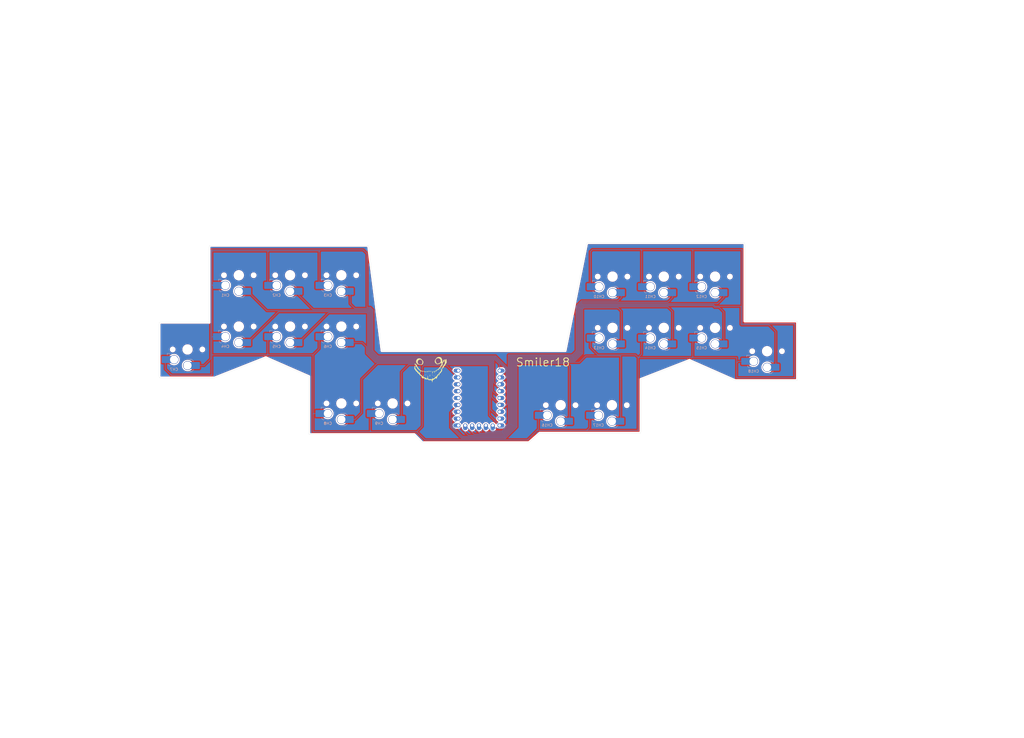
<source format=kicad_pcb>
(kicad_pcb (version 20240108) (generator "pcbnew") (generator_version "8.0")
  (layers (0 "F.Cu" signal) (31 "B.Cu" signal) (34 "B.Paste" user) (35 "F.Paste" user) (36 "B.SilkS" user "B.Silkscreen") (37 "F.SilkS" user "F.Silkscreen") (38 "B.Mask" user) (39 "F.Mask" user) (44 "Edge.Cuts" user))
  (net 0 "")
  (net 2 "CH16")
  (net 3 "CH18")
  (net 4 "CH10")
  (net 5 "CH9")
  (net 6 "Gnd")
  (net 7 "CH7")
  (net 8 "CH6")
  (net 10 "CH2")
  (net 11 "CH4")
  (net 13 "CH13")
  (net 14 "CH12")
  (net 15 "CH1")
  (net 16 "CH14")
  (net 17 "CH11")
  (net 18 "CH8")
  (net 19 "CH5")
  (net 20 "CH17")
  (net 22 "CH3")
  (net 23 "CH15")
  (footprint "Images:smile1" (layer "F.Cu") (at 131.5 103)
    (property "Reference" "G***" (hide yes))
    (property "Value" "LOGO" (hide yes))
  )
  (footprint "ScottoKeebs_MCU:RP2040_Zero" (layer "F.Cu") (at 149.5 114)
    (property "Reference" "U2" (hide yes))
    (property "Value" "RP2040_Zero" (hide yes))
    (pad "1" thru_hole oval (at 7.62 -10.16 180) (size 2.5 1.5) (drill 1 (offset -0.5 0)) (layers "*.Cu" "*.Mask") (net 15 "CH1"))
    (pad "2" thru_hole oval (at 7.62 -7.62 180) (size 2.5 1.5) (drill 1 (offset -0.5 0)) (layers "*.Cu" "*.Mask") (net 10 "CH2"))
    (pad "3" thru_hole oval (at 7.62 -5.08 180) (size 2.5 1.5) (drill 1 (offset -0.5 0)) (layers "*.Cu" "*.Mask") (net 22 "CH3"))
    (pad "4" thru_hole oval (at 7.62 -2.54 180) (size 2.5 1.5) (drill 1 (offset -0.5 0)) (layers "*.Cu" "*.Mask") (net 11 "CH4"))
    (pad "5" thru_hole oval (at 7.62 0 180) (size 2.5 1.5) (drill 1 (offset -0.5 0)) (layers "*.Cu" "*.Mask") (net 19 "CH5"))
    (pad "6" thru_hole oval (at 7.62 2.54 180) (size 2.5 1.5) (drill 1 (offset -0.5 0)) (layers "*.Cu" "*.Mask") (net 8 "CH6"))
    (pad "7" thru_hole oval (at 7.62 5.08 180) (size 2.5 1.5) (drill 1 (offset -0.5 0)) (layers "*.Cu" "*.Mask") (net 7 "CH7"))
    (pad "8" thru_hole oval (at 7.62 7.62 180) (size 2.5 1.5) (drill 1 (offset -0.5 0)) (layers "*.Cu" "*.Mask") (net 18 "CH8"))
    (pad "9" thru_hole oval (at 7.62 10.16 180) (size 2.5 1.5) (drill 1 (offset -0.5 0)) (layers "*.Cu" "*.Mask") (net 5 "CH9"))
    (pad "10" thru_hole oval (at 5.08 10.16 90) (size 2.5 1.5) (drill 1 (offset -0.5 0)) (layers "*.Cu" "*.Mask") (net 4 "CH10"))
    (pad "11" thru_hole oval (at 2.54 10.16 90) (size 2.5 1.5) (drill 1 (offset -0.5 0)) (layers "*.Cu" "*.Mask") (net 17 "CH11"))
    (pad "12" thru_hole oval (at 0 10.16 90) (size 2.5 1.5) (drill 1 (offset -0.5 0)) (layers "*.Cu" "*.Mask") (net 14 "CH12"))
    (pad "13" thru_hole oval (at -2.54 10.16 90) (size 2.5 1.5) (drill 1 (offset -0.5 0)) (layers "*.Cu" "*.Mask") (net 3 "CH18"))
    (pad "14" thru_hole oval (at -5.08 10.16 90) (size 2.5 1.5) (drill 1 (offset -0.5 0)) (layers "*.Cu" "*.Mask") (net 23 "CH15"))
    (pad "15" thru_hole oval (at -7.62 10.16) (size 2.5 1.5) (drill 1 (offset -0.5 0)) (layers "*.Cu" "*.Mask") (net 16 "CH14"))
    (pad "16" thru_hole oval (at -7.62 7.62) (size 2.5 1.5) (drill 1 (offset -0.5 0)) (layers "*.Cu" "*.Mask") (net 13 "CH13"))
    (pad "17" thru_hole oval (at -7.62 5.08) (size 2.5 1.5) (drill 1 (offset -0.5 0)) (layers "*.Cu" "*.Mask") (net 20 "CH17"))
    (pad "18" thru_hole oval (at -7.62 2.54) (size 2.5 1.5) (drill 1 (offset -0.5 0)) (layers "*.Cu" "*.Mask") (net 2 "CH16"))
    (pad "19" thru_hole oval (at -7.62 0) (size 2.5 1.5) (drill 1 (offset -0.5 0)) (layers "*.Cu" "*.Mask"))
    (pad "20" thru_hole oval (at -7.62 -2.54) (size 2.5 1.5) (drill 1 (offset -0.5 0)) (layers "*.Cu" "*.Mask"))
    (pad "21" thru_hole oval (at -7.62 -5.08) (size 2.5 1.5) (drill 1 (offset -0.5 0)) (layers "*.Cu" "*.Mask"))
    (pad "22" thru_hole oval (at -7.62 -7.62) (size 2.5 1.5) (drill 1 (offset -0.5 0)) (layers "*.Cu" "*.Mask") (net 6 "Gnd"))
    (pad "23" thru_hole oval (at -7.62 -10.16) (size 2.5 1.5) (drill 1 (offset -0.5 0)) (layers "*.Cu" "*.Mask"))
  )
  (footprint "marbastlib-choc:SW_choc_v1_HS_CPG135001S30_1u" (layer "B.Cu") (at 60.5 87.5 180)
    (property "Reference" "CH4" (at 5 -7.4 180) (layer "B.SilkS") (effects (justify mirror)))
    (property "Value" "choc_v1_SW_HS")
    (pad "" np_thru_hole circle (at -5.5 0) (size 1.7 1.7) (drill 1.7) (layers "*.Cu" "*.Mask"))
    (pad "" np_thru_hole circle (at 0 0) (size 3.4 3.4) (drill 3.4) (layers "*.Cu" "*.Mask"))
    (pad "" np_thru_hole circle (at 5.5 0) (size 1.7 1.7) (drill 1.7) (layers "*.Cu" "*.Mask"))
    (pad "1" thru_hole circle (at 5 -3.75 180) (size 3.3 3.3) (drill 3) (layers "*.Cu" "B.Mask") (net 6 "Gnd"))
    (pad "1" smd rect (at 6.55 -3.75 180) (size 1.2 2.6) (layers "B.Cu") (net 6 "Gnd"))
    (pad "1" smd roundrect (at 8.245 -3.75 180) (size 2.65 2.6) (layers "B.Cu" "B.Paste" "B.Mask") (roundrect_rratio 0.1) (net 6 "Gnd"))
    (pad "2" smd roundrect (at -3.245 -5.95 180) (size 2.65 2.6) (layers "B.Cu" "B.Paste" "B.Mask") (roundrect_rratio 0.1) (net 11 "CH4"))
    (pad "2" smd rect (at -1.55 -5.95) (size 1.2 2.6) (layers "B.Cu") (net 11 "CH4"))
    (pad "2" thru_hole circle (at 0 -5.95 180) (size 3.3 3.3) (drill 3) (layers "*.Cu" "B.Mask") (net 11 "CH4"))
  )
  (footprint "marbastlib-choc:SW_choc_v1_HS_CPG135001S30_1u" (layer "B.Cu") (at 237 69 180)
    (property "Reference" "CH12" (at 5 -7.4 180) (layer "B.SilkS") (effects (justify mirror)))
    (property "Value" "choc_v1_SW_HS")
    (pad "" np_thru_hole circle (at -5.5 0) (size 1.7 1.7) (drill 1.7) (layers "*.Cu" "*.Mask"))
    (pad "" np_thru_hole circle (at 0 0) (size 3.4 3.4) (drill 3.4) (layers "*.Cu" "*.Mask"))
    (pad "" np_thru_hole circle (at 5.5 0) (size 1.7 1.7) (drill 1.7) (layers "*.Cu" "*.Mask"))
    (pad "1" thru_hole circle (at 5 -3.75 180) (size 3.3 3.3) (drill 3) (layers "*.Cu" "B.Mask") (net 6 "Gnd"))
    (pad "1" smd rect (at 6.55 -3.75 180) (size 1.2 2.6) (layers "B.Cu") (net 6 "Gnd"))
    (pad "1" smd roundrect (at 8.245 -3.75 180) (size 2.65 2.6) (layers "B.Cu" "B.Paste" "B.Mask") (roundrect_rratio 0.1) (net 6 "Gnd"))
    (pad "2" smd roundrect (at -3.245 -5.95 180) (size 2.65 2.6) (layers "B.Cu" "B.Paste" "B.Mask") (roundrect_rratio 0.1) (net 14 "CH12"))
    (pad "2" smd rect (at -1.55 -5.95) (size 1.2 2.6) (layers "B.Cu") (net 14 "CH12"))
    (pad "2" thru_hole circle (at 0 -5.95 180) (size 3.3 3.3) (drill 3) (layers "*.Cu" "B.Mask") (net 14 "CH12"))
  )
  (footprint "marbastlib-choc:SW_choc_v1_HS_CPG135001S30_1u" (layer "B.Cu") (at 98.5 68.5 180)
    (property "Reference" "CH3" (at 5 -7.4 180) (layer "B.SilkS") (effects (justify mirror)))
    (property "Value" "choc_v1_SW_HS")
    (pad "" np_thru_hole circle (at -5.5 0) (size 1.7 1.7) (drill 1.7) (layers "*.Cu" "*.Mask"))
    (pad "" np_thru_hole circle (at 0 0) (size 3.4 3.4) (drill 3.4) (layers "*.Cu" "*.Mask"))
    (pad "" np_thru_hole circle (at 5.5 0) (size 1.7 1.7) (drill 1.7) (layers "*.Cu" "*.Mask"))
    (pad "1" thru_hole circle (at 5 -3.75 180) (size 3.3 3.3) (drill 3) (layers "*.Cu" "B.Mask") (net 6 "Gnd"))
    (pad "1" smd rect (at 6.55 -3.75 180) (size 1.2 2.6) (layers "B.Cu") (net 6 "Gnd"))
    (pad "1" smd roundrect (at 8.245 -3.75 180) (size 2.65 2.6) (layers "B.Cu" "B.Paste" "B.Mask") (roundrect_rratio 0.1) (net 6 "Gnd"))
    (pad "2" smd roundrect (at -3.245 -5.95 180) (size 2.65 2.6) (layers "B.Cu" "B.Paste" "B.Mask") (roundrect_rratio 0.1) (net 22 "CH3"))
    (pad "2" smd rect (at -1.55 -5.95) (size 1.2 2.6) (layers "B.Cu") (net 22 "CH3"))
    (pad "2" thru_hole circle (at 0 -5.95 180) (size 3.3 3.3) (drill 3) (layers "*.Cu" "B.Mask") (net 22 "CH3"))
  )
  (footprint "marbastlib-choc:SW_choc_v1_HS_CPG135001S30_1u" (layer "B.Cu") (at 198.7725 116.655 180)
    (property "Reference" "CH17" (at 5 -7.4 180) (layer "B.SilkS") (effects (justify mirror)))
    (property "Value" "choc_v1_SW_HS")
    (pad "" np_thru_hole circle (at -5.5 0) (size 1.7 1.7) (drill 1.7) (layers "*.Cu" "*.Mask"))
    (pad "" np_thru_hole circle (at 0 0) (size 3.4 3.4) (drill 3.4) (layers "*.Cu" "*.Mask"))
    (pad "" np_thru_hole circle (at 5.5 0) (size 1.7 1.7) (drill 1.7) (layers "*.Cu" "*.Mask"))
    (pad "1" thru_hole circle (at 5 -3.75 180) (size 3.3 3.3) (drill 3) (layers "*.Cu" "B.Mask") (net 6 "Gnd"))
    (pad "1" smd rect (at 6.55 -3.75 180) (size 1.2 2.6) (layers "B.Cu") (net 6 "Gnd"))
    (pad "1" smd roundrect (at 8.245 -3.75 180) (size 2.65 2.6) (layers "B.Cu" "B.Paste" "B.Mask") (roundrect_rratio 0.1) (net 6 "Gnd"))
    (pad "2" smd roundrect (at -3.245 -5.95 180) (size 2.65 2.6) (layers "B.Cu" "B.Paste" "B.Mask") (roundrect_rratio 0.1) (net 20 "CH17"))
    (pad "2" smd rect (at -1.55 -5.95) (size 1.2 2.6) (layers "B.Cu") (net 20 "CH17"))
    (pad "2" thru_hole circle (at 0 -5.95 180) (size 3.3 3.3) (drill 3) (layers "*.Cu" "B.Mask") (net 20 "CH17"))
  )
  (footprint "marbastlib-choc:SW_choc_v1_HS_CPG135001S30_1u" (layer "B.Cu") (at 256.2725 96.655 180)
    (property "Reference" "CH18" (at 5 -7.4 180) (layer "B.SilkS") (effects (justify mirror)))
    (property "Value" "choc_v1_SW_HS")
    (pad "" np_thru_hole circle (at -5.5 0) (size 1.7 1.7) (drill 1.7) (layers "*.Cu" "*.Mask"))
    (pad "" np_thru_hole circle (at 0 0) (size 3.4 3.4) (drill 3.4) (layers "*.Cu" "*.Mask"))
    (pad "" np_thru_hole circle (at 5.5 0) (size 1.7 1.7) (drill 1.7) (layers "*.Cu" "*.Mask"))
    (pad "1" thru_hole circle (at 5 -3.75 180) (size 3.3 3.3) (drill 3) (layers "*.Cu" "B.Mask") (net 6 "Gnd"))
    (pad "1" smd rect (at 6.55 -3.75 180) (size 1.2 2.6) (layers "B.Cu") (net 6 "Gnd"))
    (pad "1" smd roundrect (at 8.245 -3.75 180) (size 2.65 2.6) (layers "B.Cu" "B.Paste" "B.Mask") (roundrect_rratio 0.1) (net 6 "Gnd"))
    (pad "2" smd roundrect (at -3.245 -5.95 180) (size 2.65 2.6) (layers "B.Cu" "B.Paste" "B.Mask") (roundrect_rratio 0.1) (net 3 "CH18"))
    (pad "2" smd rect (at -1.55 -5.95) (size 1.2 2.6) (layers "B.Cu") (net 3 "CH18"))
    (pad "2" thru_hole circle (at 0 -5.95 180) (size 3.3 3.3) (drill 3) (layers "*.Cu" "B.Mask") (net 3 "CH18"))
  )
  (footprint "marbastlib-choc:SW_choc_v1_HS_CPG135001S30_1u" (layer "B.Cu") (at 98.5 116 180)
    (property "Reference" "CH8" (at 5 -7.4 180) (layer "B.SilkS") (effects (justify mirror)))
    (property "Value" "choc_v1_SW_HS")
    (pad "" np_thru_hole circle (at -5.5 0) (size 1.7 1.7) (drill 1.7) (layers "*.Cu" "*.Mask"))
    (pad "" np_thru_hole circle (at 0 0) (size 3.4 3.4) (drill 3.4) (layers "*.Cu" "*.Mask"))
    (pad "" np_thru_hole circle (at 5.5 0) (size 1.7 1.7) (drill 1.7) (layers "*.Cu" "*.Mask"))
    (pad "1" thru_hole circle (at 5 -3.75 180) (size 3.3 3.3) (drill 3) (layers "*.Cu" "B.Mask") (net 6 "Gnd"))
    (pad "1" smd rect (at 6.55 -3.75 180) (size 1.2 2.6) (layers "B.Cu") (net 6 "Gnd"))
    (pad "1" smd roundrect (at 8.245 -3.75 180) (size 2.65 2.6) (layers "B.Cu" "B.Paste" "B.Mask") (roundrect_rratio 0.1) (net 6 "Gnd"))
    (pad "2" smd roundrect (at -3.245 -5.95 180) (size 2.65 2.6) (layers "B.Cu" "B.Paste" "B.Mask") (roundrect_rratio 0.1) (net 18 "CH8"))
    (pad "2" smd rect (at -1.55 -5.95) (size 1.2 2.6) (layers "B.Cu") (net 18 "CH8"))
    (pad "2" thru_hole circle (at 0 -5.95 180) (size 3.3 3.3) (drill 3) (layers "*.Cu" "B.Mask") (net 18 "CH8"))
  )
  (footprint "marbastlib-choc:SW_choc_v1_HS_CPG135001S30_1u" (layer "B.Cu") (at 98.5 87.5 180)
    (property "Reference" "CH6" (at 5 -7.4 180) (layer "B.SilkS") (effects (justify mirror)))
    (property "Value" "choc_v1_SW_HS")
    (pad "" np_thru_hole circle (at -5.5 0) (size 1.7 1.7) (drill 1.7) (layers "*.Cu" "*.Mask"))
    (pad "" np_thru_hole circle (at 0 0) (size 3.4 3.4) (drill 3.4) (layers "*.Cu" "*.Mask"))
    (pad "" np_thru_hole circle (at 5.5 0) (size 1.7 1.7) (drill 1.7) (layers "*.Cu" "*.Mask"))
    (pad "1" thru_hole circle (at 5 -3.75 180) (size 3.3 3.3) (drill 3) (layers "*.Cu" "B.Mask") (net 6 "Gnd"))
    (pad "1" smd rect (at 6.55 -3.75 180) (size 1.2 2.6) (layers "B.Cu") (net 6 "Gnd"))
    (pad "1" smd roundrect (at 8.245 -3.75 180) (size 2.65 2.6) (layers "B.Cu" "B.Paste" "B.Mask") (roundrect_rratio 0.1) (net 6 "Gnd"))
    (pad "2" smd roundrect (at -3.245 -5.95 180) (size 2.65 2.6) (layers "B.Cu" "B.Paste" "B.Mask") (roundrect_rratio 0.1) (net 8 "CH6"))
    (pad "2" smd rect (at -1.55 -5.95) (size 1.2 2.6) (layers "B.Cu") (net 8 "CH6"))
    (pad "2" thru_hole circle (at 0 -5.95 180) (size 3.3 3.3) (drill 3) (layers "*.Cu" "B.Mask") (net 8 "CH6"))
  )
  (footprint "marbastlib-choc:SW_choc_v1_HS_CPG135001S30_1u" (layer "B.Cu") (at 179.7725 116.655 180)
    (property "Reference" "CH16" (at 5 -7.4 180) (layer "B.SilkS") (effects (justify mirror)))
    (property "Value" "choc_v1_SW_HS")
    (pad "" np_thru_hole circle (at -5.5 0) (size 1.7 1.7) (drill 1.7) (layers "*.Cu" "*.Mask"))
    (pad "" np_thru_hole circle (at 0 0) (size 3.4 3.4) (drill 3.4) (layers "*.Cu" "*.Mask"))
    (pad "" np_thru_hole circle (at 5.5 0) (size 1.7 1.7) (drill 1.7) (layers "*.Cu" "*.Mask"))
    (pad "1" thru_hole circle (at 5 -3.75 180) (size 3.3 3.3) (drill 3) (layers "*.Cu" "B.Mask") (net 6 "Gnd"))
    (pad "1" smd rect (at 6.55 -3.75 180) (size 1.2 2.6) (layers "B.Cu") (net 6 "Gnd"))
    (pad "1" smd roundrect (at 8.245 -3.75 180) (size 2.65 2.6) (layers "B.Cu" "B.Paste" "B.Mask") (roundrect_rratio 0.1) (net 6 "Gnd"))
    (pad "2" smd roundrect (at -3.245 -5.95 180) (size 2.65 2.6) (layers "B.Cu" "B.Paste" "B.Mask") (roundrect_rratio 0.1) (net 2 "CH16"))
    (pad "2" smd rect (at -1.55 -5.95) (size 1.2 2.6) (layers "B.Cu") (net 2 "CH16"))
    (pad "2" thru_hole circle (at 0 -5.95 180) (size 3.3 3.3) (drill 3) (layers "*.Cu" "B.Mask") (net 2 "CH16"))
  )
  (footprint "marbastlib-choc:SW_choc_v1_HS_CPG135001S30_1u" (layer "B.Cu") (at 218 69 180)
    (property "Reference" "CH11" (at 5 -7.4 180) (layer "B.SilkS") (effects (justify mirror)))
    (property "Value" "choc_v1_SW_HS")
    (pad "" np_thru_hole circle (at -5.5 0) (size 1.7 1.7) (drill 1.7) (layers "*.Cu" "*.Mask"))
    (pad "" np_thru_hole circle (at 0 0) (size 3.4 3.4) (drill 3.4) (layers "*.Cu" "*.Mask"))
    (pad "" np_thru_hole circle (at 5.5 0) (size 1.7 1.7) (drill 1.7) (layers "*.Cu" "*.Mask"))
    (pad "1" thru_hole circle (at 5 -3.75 180) (size 3.3 3.3) (drill 3) (layers "*.Cu" "B.Mask") (net 6 "Gnd"))
    (pad "1" smd rect (at 6.55 -3.75 180) (size 1.2 2.6) (layers "B.Cu") (net 6 "Gnd"))
    (pad "1" smd roundrect (at 8.245 -3.75 180) (size 2.65 2.6) (layers "B.Cu" "B.Paste" "B.Mask") (roundrect_rratio 0.1) (net 6 "Gnd"))
    (pad "2" smd roundrect (at -3.245 -5.95 180) (size 2.65 2.6) (layers "B.Cu" "B.Paste" "B.Mask") (roundrect_rratio 0.1) (net 17 "CH11"))
    (pad "2" smd rect (at -1.55 -5.95) (size 1.2 2.6) (layers "B.Cu") (net 17 "CH11"))
    (pad "2" thru_hole circle (at 0 -5.95 180) (size 3.3 3.3) (drill 3) (layers "*.Cu" "B.Mask") (net 17 "CH11"))
  )
  (footprint "marbastlib-choc:SW_choc_v1_HS_CPG135001S30_1u" (layer "B.Cu") (at 79.5 68.5 180)
    (property "Reference" "CH2" (at 5 -7.4 180) (layer "B.SilkS") (effects (justify mirror)))
    (property "Value" "choc_v1_SW_HS")
    (pad "" np_thru_hole circle (at -5.5 0) (size 1.7 1.7) (drill 1.7) (layers "*.Cu" "*.Mask"))
    (pad "" np_thru_hole circle (at 0 0) (size 3.4 3.4) (drill 3.4) (layers "*.Cu" "*.Mask"))
    (pad "" np_thru_hole circle (at 5.5 0) (size 1.7 1.7) (drill 1.7) (layers "*.Cu" "*.Mask"))
    (pad "1" thru_hole circle (at 5 -3.75 180) (size 3.3 3.3) (drill 3) (layers "*.Cu" "B.Mask") (net 6 "Gnd"))
    (pad "1" smd rect (at 6.55 -3.75 180) (size 1.2 2.6) (layers "B.Cu") (net 6 "Gnd"))
    (pad "1" smd roundrect (at 8.245 -3.75 180) (size 2.65 2.6) (layers "B.Cu" "B.Paste" "B.Mask") (roundrect_rratio 0.1) (net 6 "Gnd"))
    (pad "2" smd roundrect (at -3.245 -5.95 180) (size 2.65 2.6) (layers "B.Cu" "B.Paste" "B.Mask") (roundrect_rratio 0.1) (net 10 "CH2"))
    (pad "2" smd rect (at -1.55 -5.95) (size 1.2 2.6) (layers "B.Cu") (net 10 "CH2"))
    (pad "2" thru_hole circle (at 0 -5.95 180) (size 3.3 3.3) (drill 3) (layers "*.Cu" "B.Mask") (net 10 "CH2"))
  )
  (footprint "marbastlib-choc:SW_choc_v1_HS_CPG135001S30_1u" (layer "B.Cu") (at 41.5 96 180)
    (property "Reference" "CH7" (at 5 -7.4 180) (layer "B.SilkS") (effects (justify mirror)))
    (property "Value" "choc_v1_SW_HS")
    (pad "" np_thru_hole circle (at -5.5 0) (size 1.7 1.7) (drill 1.7) (layers "*.Cu" "*.Mask"))
    (pad "" np_thru_hole circle (at 0 0) (size 3.4 3.4) (drill 3.4) (layers "*.Cu" "*.Mask"))
    (pad "" np_thru_hole circle (at 5.5 0) (size 1.7 1.7) (drill 1.7) (layers "*.Cu" "*.Mask"))
    (pad "1" thru_hole circle (at 5 -3.75 180) (size 3.3 3.3) (drill 3) (layers "*.Cu" "B.Mask") (net 6 "Gnd"))
    (pad "1" smd rect (at 6.55 -3.75 180) (size 1.2 2.6) (layers "B.Cu") (net 6 "Gnd"))
    (pad "1" smd roundrect (at 8.245 -3.75 180) (size 2.65 2.6) (layers "B.Cu" "B.Paste" "B.Mask") (roundrect_rratio 0.1) (net 6 "Gnd"))
    (pad "2" smd roundrect (at -3.245 -5.95 180) (size 2.65 2.6) (layers "B.Cu" "B.Paste" "B.Mask") (roundrect_rratio 0.1) (net 7 "CH7"))
    (pad "2" smd rect (at -1.55 -5.95) (size 1.2 2.6) (layers "B.Cu") (net 7 "CH7"))
    (pad "2" thru_hole circle (at 0 -5.95 180) (size 3.3 3.3) (drill 3) (layers "*.Cu" "B.Mask") (net 7 "CH7"))
  )
  (footprint "marbastlib-choc:SW_choc_v1_HS_CPG135001S30_1u" (layer "B.Cu") (at 199 69 180)
    (property "Reference" "CH10" (at 5 -7.4 180) (layer "B.SilkS") (effects (justify mirror)))
    (property "Value" "choc_v1_SW_HS")
    (pad "" np_thru_hole circle (at -5.5 0) (size 1.7 1.7) (drill 1.7) (layers "*.Cu" "*.Mask"))
    (pad "" np_thru_hole circle (at 0 0) (size 3.4 3.4) (drill 3.4) (layers "*.Cu" "*.Mask"))
    (pad "" np_thru_hole circle (at 5.5 0) (size 1.7 1.7) (drill 1.7) (layers "*.Cu" "*.Mask"))
    (pad "1" thru_hole circle (at 5 -3.75 180) (size 3.3 3.3) (drill 3) (layers "*.Cu" "B.Mask") (net 6 "Gnd"))
    (pad "1" smd rect (at 6.55 -3.75 180) (size 1.2 2.6) (layers "B.Cu") (net 6 "Gnd"))
    (pad "1" smd roundrect (at 8.245 -3.75 180) (size 2.65 2.6) (layers "B.Cu" "B.Paste" "B.Mask") (roundrect_rratio 0.1) (net 6 "Gnd"))
    (pad "2" smd roundrect (at -3.245 -5.95 180) (size 2.65 2.6) (layers "B.Cu" "B.Paste" "B.Mask") (roundrect_rratio 0.1) (net 4 "CH10"))
    (pad "2" smd rect (at -1.55 -5.95) (size 1.2 2.6) (layers "B.Cu") (net 4 "CH10"))
    (pad "2" thru_hole circle (at 0 -5.95 180) (size 3.3 3.3) (drill 3) (layers "*.Cu" "B.Mask") (net 4 "CH10"))
  )
  (footprint "marbastlib-choc:SW_choc_v1_HS_CPG135001S30_1u" (layer "B.Cu") (at 199 88 180)
    (property "Reference" "CH13" (at 5 -7.4 180) (layer "B.SilkS") (effects (justify mirror)))
    (property "Value" "choc_v1_SW_HS")
    (pad "" np_thru_hole circle (at -5.5 0) (size 1.7 1.7) (drill 1.7) (layers "*.Cu" "*.Mask"))
    (pad "" np_thru_hole circle (at 0 0) (size 3.4 3.4) (drill 3.4) (layers "*.Cu" "*.Mask"))
    (pad "" np_thru_hole circle (at 5.5 0) (size 1.7 1.7) (drill 1.7) (layers "*.Cu" "*.Mask"))
    (pad "1" thru_hole circle (at 5 -3.75 180) (size 3.3 3.3) (drill 3) (layers "*.Cu" "B.Mask") (net 6 "Gnd"))
    (pad "1" smd rect (at 6.55 -3.75 180) (size 1.2 2.6) (layers "B.Cu") (net 6 "Gnd"))
    (pad "1" smd roundrect (at 8.245 -3.75 180) (size 2.65 2.6) (layers "B.Cu" "B.Paste" "B.Mask") (roundrect_rratio 0.1) (net 6 "Gnd"))
    (pad "2" smd roundrect (at -3.245 -5.95 180) (size 2.65 2.6) (layers "B.Cu" "B.Paste" "B.Mask") (roundrect_rratio 0.1) (net 13 "CH13"))
    (pad "2" smd rect (at -1.55 -5.95) (size 1.2 2.6) (layers "B.Cu") (net 13 "CH13"))
    (pad "2" thru_hole circle (at 0 -5.95 180) (size 3.3 3.3) (drill 3) (layers "*.Cu" "B.Mask") (net 13 "CH13"))
  )
  (footprint "marbastlib-choc:SW_choc_v1_HS_CPG135001S30_1u" (layer "B.Cu") (at 117.5 116 180)
    (property "Reference" "CH9" (at 5 -7.4 180) (layer "B.SilkS") (effects (justify mirror)))
    (property "Value" "choc_v1_SW_HS")
    (pad "" np_thru_hole circle (at -5.5 0) (size 1.7 1.7) (drill 1.7) (layers "*.Cu" "*.Mask"))
    (pad "" np_thru_hole circle (at 0 0) (size 3.4 3.4) (drill 3.4) (layers "*.Cu" "*.Mask"))
    (pad "" np_thru_hole circle (at 5.5 0) (size 1.7 1.7) (drill 1.7) (layers "*.Cu" "*.Mask"))
    (pad "1" thru_hole circle (at 5 -3.75 180) (size 3.3 3.3) (drill 3) (layers "*.Cu" "B.Mask") (net 6 "Gnd"))
    (pad "1" smd rect (at 6.55 -3.75 180) (size 1.2 2.6) (layers "B.Cu") (net 6 "Gnd"))
    (pad "1" smd roundrect (at 8.245 -3.75 180) (size 2.65 2.6) (layers "B.Cu" "B.Paste" "B.Mask") (roundrect_rratio 0.1) (net 6 "Gnd"))
    (pad "2" smd roundrect (at -3.245 -5.95 180) (size 2.65 2.6) (layers "B.Cu" "B.Paste" "B.Mask") (roundrect_rratio 0.1) (net 5 "CH9"))
    (pad "2" smd rect (at -1.55 -5.95) (size 1.2 2.6) (layers "B.Cu") (net 5 "CH9"))
    (pad "2" thru_hole circle (at 0 -5.95 180) (size 3.3 3.3) (drill 3) (layers "*.Cu" "B.Mask") (net 5 "CH9"))
  )
  (footprint "marbastlib-choc:SW_choc_v1_HS_CPG135001S30_1u" (layer "B.Cu") (at 218 88 180)
    (property "Reference" "CH14" (at 5 -7.4 180) (layer "B.SilkS") (effects (justify mirror)))
    (property "Value" "choc_v1_SW_HS")
    (pad "" np_thru_hole circle (at -5.5 0) (size 1.7 1.7) (drill 1.7) (layers "*.Cu" "*.Mask"))
    (pad "" np_thru_hole circle (at 0 0) (size 3.4 3.4) (drill 3.4) (layers "*.Cu" "*.Mask"))
    (pad "" np_thru_hole circle (at 5.5 0) (size 1.7 1.7) (drill 1.7) (layers "*.Cu" "*.Mask"))
    (pad "1" thru_hole circle (at 5 -3.75 180) (size 3.3 3.3) (drill 3) (layers "*.Cu" "B.Mask") (net 6 "Gnd"))
    (pad "1" smd rect (at 6.55 -3.75 180) (size 1.2 2.6) (layers "B.Cu") (net 6 "Gnd"))
    (pad "1" smd roundrect (at 8.245 -3.75 180) (size 2.65 2.6) (layers "B.Cu" "B.Paste" "B.Mask") (roundrect_rratio 0.1) (net 6 "Gnd"))
    (pad "2" smd roundrect (at -3.245 -5.95 180) (size 2.65 2.6) (layers "B.Cu" "B.Paste" "B.Mask") (roundrect_rratio 0.1) (net 16 "CH14"))
    (pad "2" smd rect (at -1.55 -5.95) (size 1.2 2.6) (layers "B.Cu") (net 16 "CH14"))
    (pad "2" thru_hole circle (at 0 -5.95 180) (size 3.3 3.3) (drill 3) (layers "*.Cu" "B.Mask") (net 16 "CH14"))
  )
  (footprint "marbastlib-choc:SW_choc_v1_HS_CPG135001S30_1u" (layer "B.Cu") (at 79.5 87.5 180)
    (property "Reference" "CH5" (at 5 -7.4 180) (layer "B.SilkS") (effects (justify mirror)))
    (property "Value" "choc_v1_SW_HS")
    (pad "" np_thru_hole circle (at -5.5 0) (size 1.7 1.7) (drill 1.7) (layers "*.Cu" "*.Mask"))
    (pad "" np_thru_hole circle (at 0 0) (size 3.4 3.4) (drill 3.4) (layers "*.Cu" "*.Mask"))
    (pad "" np_thru_hole circle (at 5.5 0) (size 1.7 1.7) (drill 1.7) (layers "*.Cu" "*.Mask"))
    (pad "1" thru_hole circle (at 5 -3.75 180) (size 3.3 3.3) (drill 3) (layers "*.Cu" "B.Mask") (net 6 "Gnd"))
    (pad "1" smd rect (at 6.55 -3.75 180) (size 1.2 2.6) (layers "B.Cu") (net 6 "Gnd"))
    (pad "1" smd roundrect (at 8.245 -3.75 180) (size 2.65 2.6) (layers "B.Cu" "B.Paste" "B.Mask") (roundrect_rratio 0.1) (net 6 "Gnd"))
    (pad "2" smd roundrect (at -3.245 -5.95 180) (size 2.65 2.6) (layers "B.Cu" "B.Paste" "B.Mask") (roundrect_rratio 0.1) (net 19 "CH5"))
    (pad "2" smd rect (at -1.55 -5.95) (size 1.2 2.6) (layers "B.Cu") (net 19 "CH5"))
    (pad "2" thru_hole circle (at 0 -5.95 180) (size 3.3 3.3) (drill 3) (layers "*.Cu" "B.Mask") (net 19 "CH5"))
  )
  (footprint "marbastlib-choc:SW_choc_v1_HS_CPG135001S30_1u" (layer "B.Cu") (at 237 88 180)
    (property "Reference" "CH15" (at 5 -7.4 180) (layer "B.SilkS") (effects (justify mirror)))
    (property "Value" "choc_v1_SW_HS")
    (pad "" np_thru_hole circle (at -5.5 0) (size 1.7 1.7) (drill 1.7) (layers "*.Cu" "*.Mask"))
    (pad "" np_thru_hole circle (at 0 0) (size 3.4 3.4) (drill 3.4) (layers "*.Cu" "*.Mask"))
    (pad "" np_thru_hole circle (at 5.5 0) (size 1.7 1.7) (drill 1.7) (layers "*.Cu" "*.Mask"))
    (pad "1" thru_hole circle (at 5 -3.75 180) (size 3.3 3.3) (drill 3) (layers "*.Cu" "B.Mask") (net 6 "Gnd"))
    (pad "1" smd rect (at 6.55 -3.75 180) (size 1.2 2.6) (layers "B.Cu") (net 6 "Gnd"))
    (pad "1" smd roundrect (at 8.245 -3.75 180) (size 2.65 2.6) (layers "B.Cu" "B.Paste" "B.Mask") (roundrect_rratio 0.1) (net 6 "Gnd"))
    (pad "2" smd roundrect (at -3.245 -5.95 180) (size 2.65 2.6) (layers "B.Cu" "B.Paste" "B.Mask") (roundrect_rratio 0.1) (net 23 "CH15"))
    (pad "2" smd rect (at -1.55 -5.95) (size 1.2 2.6) (layers "B.Cu") (net 23 "CH15"))
    (pad "2" thru_hole circle (at 0 -5.95 180) (size 3.3 3.3) (drill 3) (layers "*.Cu" "B.Mask") (net 23 "CH15"))
  )
  (footprint "marbastlib-choc:SW_choc_v1_HS_CPG135001S30_1u" (layer "B.Cu") (at 60.5 68.5 180)
    (property "Reference" "CH1" (at 5 -7.4 180) (layer "B.SilkS") (effects (justify mirror)))
    (property "Value" "choc_v1_SW_HS")
    (pad "" np_thru_hole circle (at -5.5 0) (size 1.7 1.7) (drill 1.7) (layers "*.Cu" "*.Mask"))
    (pad "" np_thru_hole circle (at 0 0) (size 3.4 3.4) (drill 3.4) (layers "*.Cu" "*.Mask"))
    (pad "" np_thru_hole circle (at 5.5 0) (size 1.7 1.7) (drill 1.7) (layers "*.Cu" "*.Mask"))
    (pad "1" thru_hole circle (at 5 -3.75 180) (size 3.3 3.3) (drill 3) (layers "*.Cu" "B.Mask") (net 6 "Gnd"))
    (pad "1" smd rect (at 6.55 -3.75 180) (size 1.2 2.6) (layers "B.Cu") (net 6 "Gnd"))
    (pad "1" smd roundrect (at 8.245 -3.75 180) (size 2.65 2.6) (layers "B.Cu" "B.Paste" "B.Mask") (roundrect_rratio 0.1) (net 6 "Gnd"))
    (pad "2" smd roundrect (at -3.245 -5.95 180) (size 2.65 2.6) (layers "B.Cu" "B.Paste" "B.Mask") (roundrect_rratio 0.1) (net 15 "CH1"))
    (pad "2" smd rect (at -1.55 -5.95) (size 1.2 2.6) (layers "B.Cu") (net 15 "CH1"))
    (pad "2" thru_hole circle (at 0 -5.95 180) (size 3.3 3.3) (drill 3) (layers "*.Cu" "B.Mask") (net 15 "CH1"))
  )
  (gr_poly (pts (xy 31 106.5) (xy 31 86) (xy 49.5 86) (xy 49.5 57.5) (xy 108.5 57.5) (xy 113.5 96.5) (xy 181.5 96.5) (xy 189.5 56.5) (xy 248 56.5) (xy 248 85.5) (xy 267.5 85.5) (xy 267.5 107.5) (xy 244.5 107.5) (xy 227.5 100) (xy 209.5 107) (xy 209.5 127) (xy 172 127) (xy 168 130.5) (xy 128.5 130.5) (xy 125.5 127.5) (xy 86.5 127.5) (xy 86.5 106) (xy 70.5 99) (xy 51.5 106.5)) (stroke (width 0.05)) (fill none) (layer "Edge.Cuts"))
  (gr_text "Smiler18" (at 163 102.5 0) (layer "F.SilkS") (effects (font (size 3 3) (thickness 0.3) (bold yes)) (justify left bottom)))
  (segment (start 182 101.2) (end 163.57 101.2) (width 0.2) (layer "B.Cu") (net 2))
  (segment (start 183.0175 102.2175) (end 182 101.2) (width 0.2) (layer "B.Cu") (net 2))
  (segment (start 163.57 101.2) (end 163.57 124.720412) (width 0.2) (layer "B.Cu") (net 2))
  (segment (start 183.0175 122.605) (end 183.0175 102.2175) (width 0.2) (layer "B.Cu") (net 2))
  (segment (start 143.113704 129.01) (end 139 124.896296) (width 0.2) (layer "B.Cu") (net 2))
  (segment (start 163.57 124.720412) (end 159.280409 129.01) (width 0.2) (layer "B.Cu") (net 2))
  (segment (start 139 124.896296) (end 139 119.42) (width 0.2) (layer "B.Cu") (net 2))
  (segment (start 159.280409 129.01) (end 143.113704 129.01) (width 0.2) (layer "B.Cu") (net 2))
  (segment (start 139 119.42) (end 141.88 116.54) (width 0.2) (layer "B.Cu") (net 2))
  (segment (start 237 80) (end 236.4 79.4) (width 0.2) (layer "B.Cu") (net 3))
  (segment (start 257 86.9) (end 246.834315 86.9) (width 0.2) (layer "B.Cu") (net 3))
  (segment (start 187.797058 79.4) (end 186.7 80.497058) (width 0.2) (layer "B.Cu") (net 3))
  (segment (start 259.5175 89.4175) (end 257 86.9) (width 0.2) (layer "B.Cu") (net 3))
  (segment (start 246.834315 86.9) (end 246.6 86.665685) (width 0.2) (layer "B.Cu") (net 3))
  (segment (start 246.6 80) (end 237 80) (width 0.2) (layer "B.Cu") (net 3))
  (segment (start 186.7 96.997058) (end 184.497055 99.2) (width 0.2) (layer "B.Cu") (net 3))
  (segment (start 161.57 99.2) (end 161.57 123.891982) (width 0.2) (layer "B.Cu") (net 3))
  (segment (start 246.6 86.665685) (end 246.6 80) (width 0.2) (layer "B.Cu") (net 3))
  (segment (start 184.497055 99.2) (end 161.57 99.2) (width 0.2) (layer "B.Cu") (net 3))
  (segment (start 161.57 123.891982) (end 158.45198 127.01) (width 0.2) (layer "B.Cu") (net 3))
  (segment (start 259.5175 102.605) (end 259.5175 89.4175) (width 0.2) (layer "B.Cu") (net 3))
  (segment (start 149.81 127.01) (end 146.96 124.16) (width 0.2) (layer "B.Cu") (net 3))
  (segment (start 186.7 80.497058) (end 186.7 96.997058) (width 0.2) (layer "B.Cu") (net 3))
  (segment (start 158.45198 127.01) (end 149.81 127.01) (width 0.2) (layer "B.Cu") (net 3))
  (segment (start 236.4 79.4) (end 187.797058 79.4) (width 0.2) (layer "B.Cu") (net 3))
  (segment (start 160.5 98) (end 160.37 98.13) (width 0.2) (layer "B.Cu") (net 4))
  (segment (start 202.245 76.755) (end 201 78) (width 0.2) (layer "B.Cu") (net 4))
  (segment (start 202.245 74.95) (end 202.245 76.755) (width 0.2) (layer "B.Cu") (net 4))
  (segment (start 160.37 98.13) (end 160.37 123.394924) (width 0.2) (layer "B.Cu") (net 4))
  (segment (start 160.37 123.394924) (end 158.554924 125.21) (width 0.2) (layer "B.Cu") (net 4))
  (segment (start 185.5 80) (end 185.5 96.5) (width 0.2) (layer "B.Cu") (net 4))
  (segment (start 201 78) (end 187.5 78) (width 0.2) (layer "B.Cu") (net 4))
  (segment (start 184 98) (end 160.5 98) (width 0.2) (layer "B.Cu") (net 4))
  (segment (start 158.554924 125.21) (end 155.63 125.21) (width 0.2) (layer "B.Cu") (net 4))
  (segment (start 185.5 96.5) (end 184 98) (width 0.2) (layer "B.Cu") (net 4))
  (segment (start 155.63 125.21) (end 154.58 124.16) (width 0.2) (layer "B.Cu") (net 4))
  (segment (start 187.5 78) (end 185.5 80) (width 0.2) (layer "B.Cu") (net 4))
  (segment (start 153.4 101.6) (end 153.4 120.44) (width 0.2) (layer "B.Cu") (net 5))
  (segment (start 123.5 101.6) (end 153.4 101.6) (width 0.2) (layer "B.Cu") (net 5))
  (segment (start 153.4 120.44) (end 157.12 124.16) (width 0.2) (layer "B.Cu") (net 5))
  (segment (start 120.745 104.355) (end 123.5 101.6) (width 0.2) (layer "B.Cu") (net 5))
  (segment (start 120.745 121.95) (end 120.745 104.355) (width 0.2) (layer "B.Cu") (net 5))
  (segment (start 266.5 86.5) (end 266.5 106.5) (width 0.2) (layer "B.Cu") (net 6))
  (segment (start 90.255 72.25) (end 90.255 59.745) (width 0.2) (layer "B.Cu") (net 6))
  (segment (start 190.5275 120.405) (end 190.5275 124.9725) (width 0.2) (layer "B.Cu") (net 6))
  (segment (start 88 98) (end 71 98) (width 0.2) (layer "B.Cu") (net 6))
  (segment (start 248.0275 100.405) (end 245.595 100.405) (width 0.2) (layer "B.Cu") (net 6))
  (segment (start 190.755 91.75) (end 190.755 95.255) (width 0.2) (layer "B.Cu") (net 6))
  (segment (start 209.5 59) (end 228.5 59) (width 0.2) (layer "B.Cu") (net 6))
  (segment (start 228.5 99) (end 245 99) (width 0.2) (layer "B.Cu") (net 6))
  (segment (start 50.5 59.5) (end 51.5 59.5) (width 0.2) (layer "B.Cu") (net 6))
  (segment (start 35.5 105.5) (end 50.5 105.5) (width 0.2) (layer "B.Cu") (net 6))
  (segment (start 208.5 125.5) (end 208.5 99) (width 0.2) (layer "B.Cu") (net 6))
  (segment (start 128.5 124.5) (end 128.5 102.5) (width 0.2) (layer "B.Cu") (net 6))
  (segment (start 90.255 95.745) (end 88 98) (width 0.2) (layer "B.Cu") (net 6))
  (segment (start 50.5 72) (end 50.5 59.5) (width 0.2) (layer "B.Cu") (net 6))
  (segment (start 228.755 59.255) (end 228.5 59) (width 0.2) (layer "B.Cu") (net 6))
  (segment (start 129 102) (end 137.5 102) (width 0.2) (layer "B.Cu") (net 6))
  (segment (start 109.255 119.75) (end 109.255 126.255) (width 0.2) (layer "B.Cu") (net 6))
  (segment (start 126.5 126.5) (end 129.5 129.5) (width 0.2) (layer "B.Cu") (net 6))
  (segment (start 171 126) (end 189.5 126) (width 0.2) (layer "B.Cu") (net 6))
  (segment (start 88 120) (end 88 98) (width 0.2) (layer "B.Cu") (net 6))
  (segment (start 245.595 100.405) (end 245 101) (width 0.2) (layer "B.Cu") (net 6))
  (segment (start 52.255 91.25) (end 50.75 91.25) (width 0.2) (layer "B.Cu") (net 6))
  (segment (start 33.255 99.75) (end 33.255 103.255) (width 0.2) (layer "B.Cu") (net 6))
  (segment (start 228.755 91.75) (end 228.755 98.745) (width 0.2) (layer "B.Cu") (net 6))
  (segment (start 247 86.5) (end 266.5 86.5) (width 0.2) (layer "B.Cu") (net 6))
  (segment (start 33.255 103.255) (end 35.5 105.5) (width 0.2) (layer "B.Cu") (net 6))
  (segment (start 50.75 72.25) (end 50.5 72) (width 0.2) (layer "B.Cu") (net 6))
  (segment (start 190.755 95.255) (end 193.5 98) (width 0.2) (layer "B.Cu") (net 6))
  (segment (start 190.5275 124.9725) (end 189.5 126) (width 0.2) (layer "B.Cu") (net 6))
  (segment (start 193.5 98) (end 207.5 98) (width 0.2) (layer "B.Cu") (net 6))
  (segment (start 88.25 119.75) (end 88 120) (width 0.2) (layer "B.Cu") (net 6))
  (segment (start 208.5 99) (end 209 99) (width 0.2) (layer "B.Cu") (net 6))
  (segment (start 207.5 98) (end 208.5 99) (width 0.2) (layer "B.Cu") (net 6))
  (segment (start 247 59) (end 247 86.5) (width 0.2) (layer "B.Cu") (net 6))
  (segment (start 109.5 126.5) (end 126.5 126.5) (width 0.2) (layer "B.Cu") (net 6))
  (segment (start 228.755 72.75) (end 228.755 59.255) (width 0.2) (layer "B.Cu") (net 6))
  (segment (start 109.5 126.5) (end 88 126.5) (width 0.2) (layer "B.Cu") (net 6))
  (segment (start 209.755 72.75) (end 209.755 59.255) (width 0.2) (layer "B.Cu") (net 6))
  (segment (start 88 125.5) (end 88 120) (width 0.2) (layer "B.Cu") (net 6))
  (segment (start 126.5 126.5) (end 128.5 124.5) (width 0.2) (layer "B.Cu") (net 6))
  (segment (start 167.5 129.5) (end 171 126) (width 0.2) (layer "B.Cu") (net 6))
  (segment (start 191.5 59) (end 209.5 59) (width 0.2) (layer "B.Cu") (net 6))
  (segment (start 52.255 72.25) (end 50.75 72.25) (width 0.2) (layer "B.Cu") (net 6))
  (segment (start 209.755 59.255) (end 209.5 59) (width 0.2) (layer "B.Cu") (net 6))
  (segment (start 190.755 59.745) (end 191.5 59) (width 0.2) (layer "B.Cu") (net 6))
  (segment (start 208.5 126) (end 208.5 125.5) (width 0.2) (layer "B.Cu") (net 6))
  (segment (start 209.755 91.75) (end 209.755 97.745) (width 0.2) (layer "B.Cu") (net 6))
  (segment (start 245 106.5) (end 245 101) (width 0.2) (layer "B.Cu") (net 6))
  (segment (start 245 99.5) (end 245 101) (width 0.2) (layer "B.Cu") (net 6))
  (segment (start 71.5 59.5) (end 90.5 59.5) (width 0.2) (layer "B.Cu") (net 6))
  (segment (start 137.5 102) (end 141.88 106.38) (width 0.2) (layer "B.Cu") (net 6))
  (segment (start 71 98) (end 50.5 98) (width 0.2) (layer "B.Cu") (net 6))
  (segment (start 209.755 97.745) (end 208.5 99) (width 0.2) (layer "B.Cu") (net 6))
  (segment (start 141.88 106.38) (end 142.38 106.38) (width 0.2) (layer "B.Cu") (net 6))
  (segment (start 90.255 91.25) (end 90.255 95.745) (width 0.2) (layer "B.Cu") (net 6))
  (segment (start 129.5 129.5) (end 167.5 129.5) (width 0.2) (layer "B.Cu") (net 6))
  (segment (start 228.5 59) (end 247 59) (width 0.2) (layer "B.Cu") (net 6))
  (segment (start 71.255 91.25) (end 71.255 97.745) (width 0.2) (layer "B.Cu") (net 6))
  (segment (start 128.5 102.5) (end 129 102) (width 0.2) (layer "B.Cu") (net 6))
  (segment (start 50.75 91.25) (end 50.5 91.5) (width 0.2) (layer "B.Cu") (net 6))
  (segment (start 109.255 126.255) (end 109.5 126.5) (width 0.2) (layer "B.Cu") (net 6))
  (segment (start 71.255 72.25) (end 71.255 59.745) (width 0.2) (layer "B.Cu") (net 6))
  (segment (start 209 99) (end 228.5 99) (width 0.2) (layer "B.Cu") (net 6))
  (segment (start 189.5 126) (end 208.5 126) (width 0.2) (layer "B.Cu") (net 6))
  (segment (start 50.5 91.5) (end 50.5 72) (width 0.2) (layer "B.Cu") (net 6))
  (segment (start 88 126.5) (end 88 125.5) (width 0.2) (layer "B.Cu") (net 6))
  (segment (start 228.755 98.745) (end 228.5 99) (width 0.2) (layer "B.Cu") (net 6))
  (segment (start 245 99) (end 245 99.5) (width 0.2) (layer "B.Cu") (net 6))
  (segment (start 71.255 97.745) (end 71 98) (width 0.2) (layer "B.Cu") (net 6))
  (segment (start 50.5 98) (end 50.5 91.5) (width 0.2) (layer "B.Cu") (net 6))
  (segment (start 90.255 59.745) (end 90.5 59.5) (width 0.2) (layer "B.Cu") (net 6))
  (segment (start 90.255 119.75) (end 88.25 119.75) (width 0.2) (layer "B.Cu") (net 6))
  (segment (start 50.5 105.5) (end 50.5 98) (width 0.2) (layer "B.Cu") (net 6))
  (segment (start 71.255 59.745) (end 71.5 59.5) (width 0.2) (layer "B.Cu") (net 6))
  (segment (start 51.5 59.5) (end 71.5 59.5) (width 0.2) (layer "B.Cu") (net 6))
  (segment (start 171.5275 125.4725) (end 171 126) (width 0.2) (layer "B.Cu") (net 6))
  (segment (start 190.755 72.75) (end 190.755 59.745) (width 0.2) (layer "B.Cu") (net 6))
  (segment (start 266.5 106.5) (end 245 106.5) (width 0.2) (layer "B.Cu") (net 6))
  (segment (start 171.5275 120.405) (end 171.5275 125.4725) (width 0.2) (layer "B.Cu") (net 6))
  (segment (start 50.1 59.334315) (end 50.334315 59.1) (width 0.2) (layer "B.Cu") (net 7))
  (segment (start 109.262743 80.400001) (end 110.2 81.33726) (width 0.2) (layer "B.Cu") (net 7))
  (segment (start 44.745 101.95) (end 47.65 101.95) (width 0.2) (layer "B.Cu") (net 7))
  (segment (start 108 60.5) (end 108 80.400001) (width 0.2) (layer "B.Cu") (net 7))
  (segment (start 110.2 81.33726) (end 110.2 96.502941) (width 0.2) (layer "B.Cu") (net 7))
  (segment (start 47.65 101.95) (end 50.1 99.5) (width 0.2) (layer "B.Cu") (net 7))
  (segment (start 110.2 96.502941) (end 112.097059 98.4) (width 0.2) (layer "B.Cu") (net 7))
  (segment (start 106.6 59.1) (end 108 60.5) (width 0.2) (layer "B.Cu") (net 7))
  (segment (start 159.97 102.707259) (end 159.97 116.23) (width 0.2) (layer "B.Cu") (net 7))
  (segment (start 155.662743 98.4) (end 159.97 102.707259) (width 0.2) (layer "B.Cu") (net 7))
  (segment (start 112.097059 98.4) (end 155.662743 98.4) (width 0.2) (layer "B.Cu") (net 7))
  (segment (start 108 80.400001) (end 109.262743 80.400001) (width 0.2) (layer "B.Cu") (net 7))
  (segment (start 50.334315 59.1) (end 106.6 59.1) (width 0.2) (layer "B.Cu") (net 7))
  (segment (start 159.97 116.23) (end 157.12 119.08) (width 0.2) (layer "B.Cu") (net 7))
  (segment (start 50.1 99.5) (end 50.1 59.334315) (width 0.2) (layer "B.Cu") (net 7))
  (segment (start 107.8 95) (end 107.8 97.497057) (width 0.2) (layer "B.Cu") (net 8))
  (segment (start 107.8 97.497057) (end 111.102945 100.8) (width 0.2) (layer "B.Cu") (net 8))
  (segment (start 154.2 100.8) (end 154.2 113.62) (width 0.2) (layer "B.Cu") (net 8))
  (segment (start 106.25 93.45) (end 107.8 95) (width 0.2) (layer "B.Cu") (net 8))
  (segment (start 154.2 113.62) (end 157.12 116.54) (width 0.2) (layer "B.Cu") (net 8))
  (segment (start 111.102945 100.8) (end 154.2 100.8) (width 0.2) (layer "B.Cu") (net 8))
  (segment (start 101.745 93.45) (end 106.25 93.45) (width 0.2) (layer "B.Cu") (net 8))
  (segment (start 109.4 96.834313) (end 111.765687 99.2) (width 0.2) (layer "B.Cu") (net 10))
  (segment (start 159.17 104.33) (end 157.12 106.38) (width 0.2) (layer "B.Cu") (net 10))
  (segment (start 88 81.2) (end 108.931371 81.2) (width 0.2) (layer "B.Cu") (net 10))
  (segment (start 82.745 75.945) (end 88 81.2) (width 0.2) (layer "B.Cu") (net 10))
  (segment (start 155.331371 99.2) (end 159.17 103.038629) (width 0.2) (layer "B.Cu") (net 10))
  (segment (start 159.17 103.038629) (end 159.17 104.33) (width 0.2) (layer "B.Cu") (net 10))
  (segment (start 109.4 81.66863) (end 109.4 96.834313) (width 0.2) (layer "B.Cu") (net 10))
  (segment (start 82.745 74.45) (end 82.745 75.945) (width 0.2) (layer "B.Cu") (net 10))
  (segment (start 111.765687 99.2) (end 155.331371 99.2) (width 0.2) (layer "B.Cu") (net 10))
  (segment (start 108.931371 81.2) (end 109.4 81.66863) (width 0.2) (layer "B.Cu") (net 10))
  (segment (start 155 108.284924) (end 157.12 110.404924) (width 0.2) (layer "B.Cu") (net 11))
  (segment (start 75.195 82) (end 108.6 82) (width 0.2) (layer "B.Cu") (net 11))
  (segment (start 63.745 93.45) (end 75.195 82) (width 0.2) (layer "B.Cu") (net 11))
  (segment (start 108.6 82) (end 108.6 97.165685) (width 0.2) (layer "B.Cu") (net 11))
  (segment (start 155 100) (end 155 108.284924) (width 0.2) (layer "B.Cu") (net 11))
  (segment (start 111.434315 100) (end 155 100) (width 0.2) (layer "B.Cu") (net 11))
  (segment (start 157.12 110.404924) (end 157.12 111.46) (width 0.2) (layer "B.Cu") (net 11))
  (segment (start 108.6 97.165685) (end 111.434315 100) (width 0.2) (layer "B.Cu") (net 11))
  (segment (start 143.445076 128.21) (end 139.83 124.594924) (width 0.2) (layer "B.Cu") (net 13))
  (segment (start 139.83 124.594924) (end 139.83 123.67) (width 0.2) (layer "B.Cu") (net 13))
  (segment (start 187.899999 97.494116) (end 184.99411 100.4) (width 0.2) (layer "B.Cu") (net 13))
  (segment (start 201 80.6) (end 188.294116 80.6) (width 0.2) (layer "B.Cu") (net 13))
  (segment (start 188.294116 80.6) (end 187.9 80.994116) (width 0.2) (layer "B.Cu") (net 13))
  (segment (start 162.77 124.38904) (end 158.949039 128.21) (width 0.2) (layer "B.Cu") (net 13))
  (segment (start 139.83 123.67) (end 141.88 121.62) (width 0.2) (layer "B.Cu") (net 13))
  (segment (start 202.245 81.845) (end 201 80.6) (width 0.2) (layer "B.Cu") (net 13))
  (segment (start 162.77 100.4) (end 162.77 124.38904) (width 0.2) (layer "B.Cu") (net 13))
  (segment (start 202.245 93.95) (end 202.245 81.845) (width 0.2) (layer "B.Cu") (net 13))
  (segment (start 187.9 80.994116) (end 187.899999 97.494116) (width 0.2) (layer "B.Cu") (net 13))
  (segment (start 158.949039 128.21) (end 143.445076 128.21) (width 0.2) (layer "B.Cu") (net 13))
  (segment (start 184.99411 100.4) (end 162.77 100.4) (width 0.2) (layer "B.Cu") (net 13))
  (segment (start 187.631372 79) (end 186.3 80.331372) (width 0.2) (layer "B.Cu") (net 14))
  (segment (start 186.3 96.831372) (end 184.33137 98.8) (width 0.2) (layer "B.Cu") (net 14))
  (segment (start 161.17 98.8) (end 161.17 123.726296) (width 0.2) (layer "B.Cu") (net 14))
  (segment (start 186.3 80.331372) (end 186.3 96.831372) (width 0.2) (layer "B.Cu") (net 14))
  (segment (start 151.95 126.61) (end 149.5 124.16) (width 0.2) (layer "B.Cu") (net 14))
  (segment (start 238 79) (end 187.631372 79) (width 0.2) (layer "B.Cu") (net 14))
  (segment (start 240.245 76.755) (end 238 79) (width 0.2) (layer "B.Cu") (net 14))
  (segment (start 240.245 74.95) (end 240.245 76.755) (width 0.2) (layer "B.Cu") (net 14))
  (segment (start 184.33137 98.8) (end 161.17 98.8) (width 0.2) (layer "B.Cu") (net 14))
  (segment (start 161.17 123.726296) (end 158.286295 126.61) (width 0.2) (layer "B.Cu") (net 14))
  (segment (start 158.286295 126.61) (end 151.95 126.61) (width 0.2) (layer "B.Cu") (net 14))
  (segment (start 109 96.999999) (end 111.600001 99.6) (width 0.2) (layer "B.Cu") (net 15))
  (segment (start 109 81.834315) (end 109 96.999999) (width 0.2) (layer "B.Cu") (net 15))
  (segment (start 70.895 81.6) (end 108.765685 81.6) (width 0.2) (layer "B.Cu") (net 15))
  (segment (start 155.165685 99.6) (end 157.12 101.554315) (width 0.2) (layer "B.Cu") (net 15))
  (segment (start 111.600001 99.6) (end 155.165685 99.6) (width 0.2) (layer "B.Cu") (net 15))
  (segment (start 63.745 74.45) (end 70.895 81.6) (width 0.2) (layer "B.Cu") (net 15))
  (segment (start 157.12 101.554315) (end 157.12 103.84) (width 0.2) (layer "B.Cu") (net 15))
  (segment (start 108.765685 81.6) (end 109 81.834315) (width 0.2) (layer "B.Cu") (net 15))
  (segment (start 187.5 80.82843) (end 187.499999 97.32843) (width 0.2) (layer "B.Cu") (net 16))
  (segment (start 158.783354 127.81) (end 145.53 127.81) (width 0.2) (layer "B.Cu") (net 16))
  (segment (start 184.828425 100) (end 162.37 100) (width 0.2) (layer "B.Cu") (net 16))
  (segment (start 188.12843 80.2) (end 187.5 80.82843) (width 0.2) (layer "B.Cu") (net 16))
  (segment (start 145.53 127.81) (end 141.88 124.16) (width 0.2) (layer "B.Cu") (net 16))
  (segment (start 221.245 81.945) (end 219.5 80.2) (width 0.2) (layer "B.Cu") (net 16))
  (segment (start 162.37 124.223354) (end 158.783354 127.81) (width 0.2) (layer "B.Cu") (net 16))
  (segment (start 221.245 93.95) (end 221.245 81.945) (width 0.2) (layer "B.Cu") (net 16))
  (segment (start 162.37 100) (end 162.37 124.223354) (width 0.2) (layer "B.Cu") (net 16))
  (segment (start 187.499999 97.32843) (end 184.828425 100) (width 0.2) (layer "B.Cu") (net 16))
  (segment (start 219.5 80.2) (end 188.12843 80.2) (width 0.2) (layer "B.Cu") (net 16))
  (segment (start 185.9 80.165686) (end 185.9 96.665686) (width 0.2) (layer "B.Cu") (net 17))
  (segment (start 154.09 126.21) (end 152.04 124.16) (width 0.2) (layer "B.Cu") (net 17))
  (segment (start 160.77 98.4) (end 160.77 123.56061) (width 0.2) (layer "B.Cu") (net 17))
  (segment (start 221.245 76.755) (end 219.5 78.5) (width 0.2) (layer "B.Cu") (net 17))
  (segment (start 184.165685 98.4) (end 160.77 98.4) (width 0.2) (layer "B.Cu") (net 17))
  (segment (start 219.5 78.5) (end 187.565686 78.5) (width 0.2) (layer "B.Cu") (net 17))
  (segment (start 221.245 74.95) (end 221.245 76.755) (width 0.2) (layer "B.Cu") (net 17))
  (segment (start 158.12061 126.21) (end 154.09 126.21) (width 0.2) (layer "B.Cu") (net 17))
  (segment (start 185.9 96.665686) (end 184.165685 98.4) (width 0.2) (layer "B.Cu") (net 17))
  (segment (start 160.77 123.56061) (end 158.12061 126.21) (width 0.2) (layer "B.Cu") (net 17))
  (segment (start 187.565686 78.5) (end 185.9 80.165686) (width 0.2) (layer "B.Cu") (net 17))
  (segment (start 111.8 101.2) (end 153.8 101.2) (width 0.2) (layer "B.Cu") (net 18))
  (segment (start 106 107) (end 111.8 101.2) (width 0.2) (layer "B.Cu") (net 18))
  (segment (start 153.8 118.3) (end 157.12 121.62) (width 0.2) (layer "B.Cu") (net 18))
  (segment (start 103.55 121.95) (end 106 119.5) (width 0.2) (layer "B.Cu") (net 18))
  (segment (start 106 119.5) (end 106 107) (width 0.2) (layer "B.Cu") (net 18))
  (segment (start 153.8 101.2) (end 153.8 118.3) (width 0.2) (layer "B.Cu") (net 18))
  (segment (start 101.745 121.95) (end 103.55 121.95) (width 0.2) (layer "B.Cu") (net 18))
  (segment (start 82.745 93.45) (end 93.795 82.4) (width 0.2) (layer "B.Cu") (net 19))
  (segment (start 108.2 82.4) (end 108.2 97.331371) (width 0.2) (layer "B.Cu") (net 19))
  (segment (start 93.795 82.4) (end 108.2 82.4) (width 0.2) (layer "B.Cu") (net 19))
  (segment (start 154.6 111.48) (end 157.12 114) (width 0.2) (layer "B.Cu") (net 19))
  (segment (start 154.6 100.4) (end 154.6 111.48) (width 0.2) (layer "B.Cu") (net 19))
  (segment (start 111.26863 100.4) (end 154.6 100.4) (width 0.2) (layer "B.Cu") (net 19))
  (segment (start 108.2 97.331371) (end 111.26863 100.4) (width 0.2) (layer "B.Cu") (net 19))
  (segment (start 202.0175 122.605) (end 202.0175 107.083186) (width 0.2) (layer "B.Cu") (net 20))
  (segment (start 159.114724 128.61) (end 143.27939 128.61) (width 0.2) (layer "B.Cu") (net 20))
  (segment (start 202.0175 107.083186) (end 202 107.065686) (width 0.2) (layer "B.Cu") (net 20))
  (segment (start 139.43 121.53) (end 141.88 119.08) (width 0.2) (layer "B.Cu") (net 20))
  (segment (start 163.17 124.554726) (end 159.114724 128.61) (width 0.2) (layer "B.Cu") (net 20))
  (segment (start 139.43 124.760609) (end 139.43 121.53) (width 0.2) (layer "B.Cu") (net 20))
  (segment (start 202 107.065686) (end 202 98.4) (width 0.2) (layer "B.Cu") (net 20))
  (segment (start 143.27939 128.61) (end 139.43 124.760609) (width 0.2) (layer "B.Cu") (net 20))
  (segment (start 202 98.4) (end 189.040198 98.4) (width 0.2) (layer "B.Cu") (net 20))
  (segment (start 189.040198 98.4) (end 186.640198 100.8) (width 0.2) (layer "B.Cu") (net 20))
  (segment (start 186.640198 100.8) (end 163.17 100.8) (width 0.2) (layer "B.Cu") (net 20))
  (segment (start 163.17 100.8) (end 163.17 124.554726) (width 0.2) (layer "B.Cu") (net 20))
  (segment (start 101.745 74.45) (end 101.745 79.045) (width 0.2) (layer "B.Cu") (net 22))
  (segment (start 159.57 106.47) (end 157.12 108.92) (width 0.2) (layer "B.Cu") (net 22))
  (segment (start 155.497057 98.8) (end 159.57 102.872944) (width 0.2) (layer "B.Cu") (net 22))
  (segment (start 103.5 80.8) (end 109.097057 80.800001) (width 0.2) (layer "B.Cu") (net 22))
  (segment (start 109.8 81.502945) (end 109.8 96.668627) (width 0.2) (layer "B.Cu") (net 22))
  (segment (start 159.57 102.872944) (end 159.57 106.47) (width 0.2) (layer "B.Cu") (net 22))
  (segment (start 111.931373 98.8) (end 155.497057 98.8) (width 0.2) (layer "B.Cu") (net 22))
  (segment (start 109.8 96.668627) (end 111.931373 98.8) (width 0.2) (layer "B.Cu") (net 22))
  (segment (start 109.097057 80.800001) (end 109.8 81.502945) (width 0.2) (layer "B.Cu") (net 22))
  (segment (start 101.745 79.045) (end 103.5 80.8) (width 0.2) (layer "B.Cu") (net 22))
  (segment (start 238.5 80.4) (end 236.834314 80.4) (width 0.2) (layer "B.Cu") (net 23))
  (segment (start 240.245 93.95) (end 240.245 82.145) (width 0.2) (layer "B.Cu") (net 23))
  (segment (start 187.962744 79.8) (end 187.1 80.662744) (width 0.2) (layer "B.Cu") (net 23))
  (segment (start 161.97 124.057668) (end 158.617665 127.41) (width 0.2) (layer "B.Cu") (net 23))
  (segment (start 158.617665 127.41) (end 147.67 127.41) (width 0.2) (layer "B.Cu") (net 23))
  (segment (start 161.97 99.6) (end 161.97 124.057668) (width 0.2) (layer "B.Cu") (net 23))
  (segment (start 147.67 127.41) (end 144.42 124.16) (width 0.2) (layer "B.Cu") (net 23))
  (segment (start 187.1 97.162744) (end 184.66274 99.6) (width 0.2) (layer "B.Cu") (net 23))
  (segment (start 187.1 80.662744) (end 187.1 97.162744) (width 0.2) (layer "B.Cu") (net 23))
  (segment (start 236.834314 80.4) (end 236.234314 79.8) (width 0.2) (layer "B.Cu") (net 23))
  (segment (start 240.245 82.145) (end 238.5 80.4) (width 0.2) (layer "B.Cu") (net 23))
  (segment (start 236.234314 79.8) (end 187.962744 79.8) (width 0.2) (layer "B.Cu") (net 23))
  (segment (start 184.66274 99.6) (end 161.97 99.6) (width 0.2) (layer "B.Cu") (net 23))
  (zone (net 0) (net_name "") (layers "F&B.Cu") (connect_pads (clearance 0.5)) (min_thickness 0.25) (fill yes (thermal_gap 0.5) (thermal_bridge_width 0.5) (island_removal_mode 1) (island_area_min 10))
    (polygon (pts (xy -28 232.5) (xy -23 -33.5) (xy 351.5 -17.5) (xy 342 240)))
  )
)
</source>
